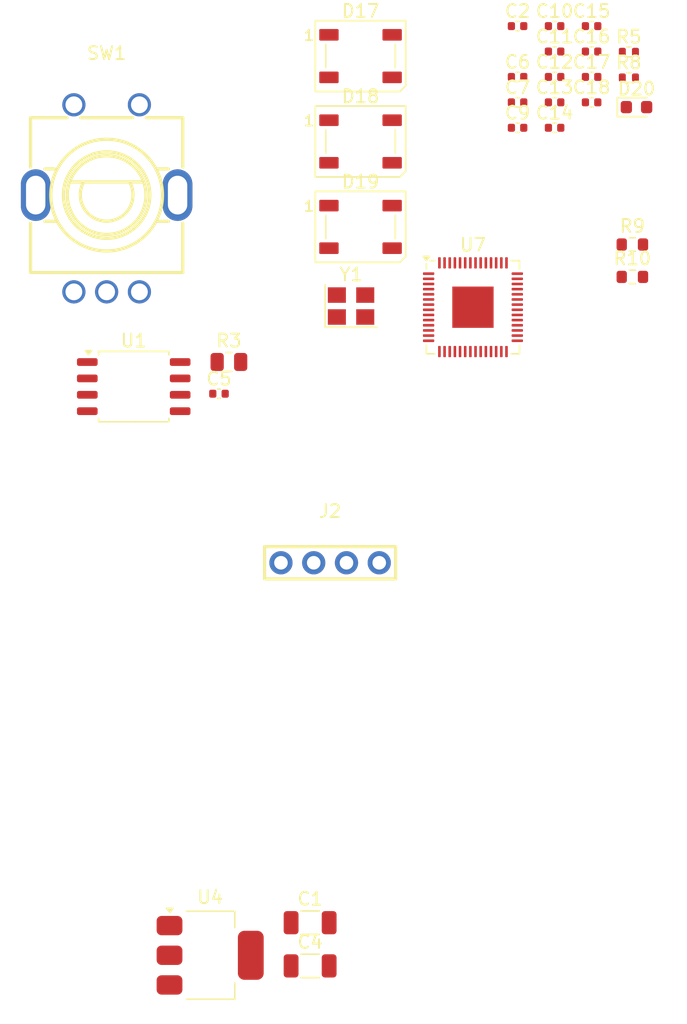
<source format=kicad_pcb>
(kicad_pcb (version 20241129) (generator "pcbnew") (generator_version "9.0")
  (layers (0 "F.Cu" signal) (2 "B.Cu" signal) (13 "F.Paste" user) (15 "B.Paste" user) (5 "F.SilkS" user "F.Silkscreen") (7 "B.SilkS" user "B.Silkscreen") (1 "F.Mask" user) (3 "B.Mask" user) (25 "Edge.Cuts" user))
  (net 0 "")
  (net 1 "Net-(U7-XIN)")
  (net 2 "+3V3")
  (net 3 "Net-(C6-Pad1)")
  (net 4 "+1V1")
  (net 5 "Net-(D17-VDD)")
  (net 6 "Net-(D17-DOUT)")
  (net 7 "Net-(D18-DOUT)")
  (net 9 "Net-(D20-K)")
  (net 10 "QSPI_SS")
  (net 11 "Net-(U7-XOUT)")
  (net 12 "GND")
  (net 13 "Net-(U7-USB_DP)")
  (net 14 "D+")
  (net 15 "Net-(U7-USB_DM)")
  (net 16 "VBUS")
  (net 17 "SCL")
  (net 18 "SDA")
  (net 19 "D-")
  (net 20 "QSPI_SD1")
  (net 21 "QSPI_SD3")
  (net 22 "QSPI_SCLK")
  (net 23 "QSPI_SD0")
  (net 24 "QSPI_SD2")
  (net 28 "Net-(D17-DIN)")
  (net 29 "ROT_B")
  (net 30 "ROT_A")
  (net 32 "LED")
  (net 35 "ROT_SW")
  (net 40 "ROW2")
  (net 41 "COL0")
  (net 42 "ROW0")
  (net 46 "ROW3")
  (net 49 "COL3")
  (net 52 "ROW1")
  (net 53 "COL2")
  (net 56 "COL1")
  (footprint "Capacitor_SMD:C_0402_1005Metric" (layer "F.Cu") (at 103.73 89.28)
    (property "Reference" "C14" (at 0 -1.16 0) (layer "F.SilkS"))
    (property "Value" "100nF")
    (fp_line (start -0.107836 -0.36) (end 0.107836 -0.36) (stroke (width 0.12)) (layer "F.SilkS"))
    (fp_line (start -0.107836 0.36) (end 0.107836 0.36) (stroke (width 0.12)) (layer "F.SilkS"))
    (pad "1" smd roundrect (at -0.48 0) (size 0.56 0.62) (layers "F.Cu" "F.Mask" "F.Paste") (net 2 "+3V3"))
    (pad "2" smd roundrect (at 0.48 0) (size 0.56 0.62) (layers "F.Cu" "F.Mask" "F.Paste") (net 12 "GND"))
  )
  (footprint "Capacitor_SMD:C_0402_1005Metric" (layer "F.Cu") (at 100.86 87.31)
    (property "Reference" "C7" (at 0 -1.16 0) (layer "F.SilkS"))
    (property "Value" "100nF")
    (fp_line (start -0.107836 -0.36) (end 0.107836 -0.36) (stroke (width 0.12)) (layer "F.SilkS"))
    (fp_line (start -0.107836 0.36) (end 0.107836 0.36) (stroke (width 0.12)) (layer "F.SilkS"))
    (pad "1" smd roundrect (at -0.48 0) (size 0.56 0.62) (layers "F.Cu" "F.Mask" "F.Paste") (net 4 "+1V1"))
    (pad "2" smd roundrect (at 0.48 0) (size 0.56 0.62) (layers "F.Cu" "F.Mask" "F.Paste") (net 12 "GND"))
  )
  (footprint "Crystal:Crystal_SMD_3225-4Pin_3.2x2.5mm" (layer "F.Cu") (at 87.95 103.1)
    (property "Reference" "Y1" (at 0 -2.45 0) (layer "F.SilkS"))
    (property "Value" "Crystal_GND24")
    (fp_line (start -2 -1.65) (end -2 1.65) (stroke (width 0.12)) (layer "F.SilkS"))
    (fp_line (start -2 1.65) (end 2 1.65) (stroke (width 0.12)) (layer "F.SilkS"))
    (pad "1" smd rect (at -1.1 0.85) (size 1.4 1.2) (layers "F.Cu" "F.Mask" "F.Paste") (net 3 "Net-(C6-Pad1)"))
    (pad "2" smd rect (at 1.1 0.85) (size 1.4 1.2) (layers "F.Cu" "F.Mask" "F.Paste") (net 12 "GND"))
    (pad "3" smd rect (at 1.1 -0.85) (size 1.4 1.2) (layers "F.Cu" "F.Mask" "F.Paste") (net 1 "Net-(U7-XIN)"))
    (pad "4" smd rect (at -1.1 -0.85) (size 1.4 1.2) (layers "F.Cu" "F.Mask" "F.Paste") (net 12 "GND"))
  )
  (footprint "LED_SMD:LED_WS2812B_PLCC4_5.0x5.0mm_P3.2mm" (layer "F.Cu") (at 88.685 83.725)
    (property "Reference" "D17" (at 0 -3.5 0) (layer "F.SilkS"))
    (property "Value" "WS2812B")
    (fp_line (start -3.5 -2.75) (end -3.5 2.75) (stroke (width 0.12)) (layer "F.SilkS"))
    (fp_line (start -3.5 -2.75) (end 3.5 -2.75) (stroke (width 0.12)) (layer "F.SilkS"))
    (fp_line (start -3.5 2.75) (end 3.05 2.75) (stroke (width 0.12)) (layer "F.SilkS"))
    (fp_line (start -2.7 0.9) (end -2.7 -0.9) (stroke (width 0.12)) (layer "F.SilkS"))
    (fp_line (start 2.7 0.9) (end 2.7 -0.9) (stroke (width 0.12)) (layer "F.SilkS"))
    (fp_line (start 3.05 2.75) (end 3.5 2.3) (stroke (width 0.12)) (layer "F.SilkS"))
    (fp_line (start 3.5 2.3) (end 3.5 -2.75) (stroke (width 0.12)) (layer "F.SilkS"))
    (fp_text user "1" (at -4 -1.6 0) (layer "F.SilkS") (effects (font (size 0.8 0.8))))
    (pad "1" smd roundrect (at -2.45 -1.65) (size 1.5 0.9) (layers "F.Cu" "F.Mask" "F.Paste") (roundrect_rratio 0.1) (net 5 "Net-(D17-VDD)"))
    (pad "2" smd roundrect (at -2.45 1.65) (size 1.5 0.9) (layers "F.Cu" "F.Mask" "F.Paste") (roundrect_rratio 0.1) (net 6 "Net-(D17-DOUT)"))
    (pad "3" smd roundrect (at 2.45 1.65) (size 1.5 0.9) (layers "F.Cu" "F.Mask" "F.Paste") (roundrect_rratio 0.1) (net 12 "GND"))
    (pad "4" smd roundrect (at 2.45 -1.65) (size 1.5 0.9) (layers "F.Cu" "F.Mask" "F.Paste") (roundrect_rratio 0.1) (net 28 "Net-(D17-DIN)"))
  )
  (footprint "Capacitor_SMD:C_0402_1005Metric" (layer "F.Cu") (at 100.86 85.34)
    (property "Reference" "C6" (at 0 -1.16 0) (layer "F.SilkS"))
    (property "Value" "15pF")
    (fp_line (start -0.107836 -0.36) (end 0.107836 -0.36) (stroke (width 0.12)) (layer "F.SilkS"))
    (fp_line (start -0.107836 0.36) (end 0.107836 0.36) (stroke (width 0.12)) (layer "F.SilkS"))
    (pad "1" smd roundrect (at -0.48 0) (size 0.56 0.62) (layers "F.Cu" "F.Mask" "F.Paste") (net 3 "Net-(C6-Pad1)"))
    (pad "2" smd roundrect (at 0.48 0) (size 0.56 0.62) (layers "F.Cu" "F.Mask" "F.Paste") (net 12 "GND"))
  )
  (footprint "Capacitor_SMD:C_0402_1005Metric" (layer "F.Cu") (at 103.73 81.4)
    (property "Reference" "C10" (at 0 -1.16 0) (layer "F.SilkS"))
    (property "Value" "1uF")
    (fp_line (start -0.107836 -0.36) (end 0.107836 -0.36) (stroke (width 0.12)) (layer "F.SilkS"))
    (fp_line (start -0.107836 0.36) (end 0.107836 0.36) (stroke (width 0.12)) (layer "F.SilkS"))
    (pad "1" smd roundrect (at -0.48 0) (size 0.56 0.62) (layers "F.Cu" "F.Mask" "F.Paste") (net 4 "+1V1"))
    (pad "2" smd roundrect (at 0.48 0) (size 0.56 0.62) (layers "F.Cu" "F.Mask" "F.Paste") (net 12 "GND"))
  )
  (footprint "Resistor_SMD:R_0402_1005Metric" (layer "F.Cu") (at 109.49 85.39)
    (property "Reference" "R8" (at 0 -1.17 0) (layer "F.SilkS"))
    (property "Value" "1k")
    (fp_line (start -0.153641 -0.38) (end 0.153641 -0.38) (stroke (width 0.12)) (layer "F.SilkS"))
    (fp_line (start -0.153641 0.38) (end 0.153641 0.38) (stroke (width 0.12)) (layer "F.SilkS"))
    (pad "1" smd roundrect (at -0.51 0) (size 0.54 0.64) (layers "F.Cu" "F.Mask" "F.Paste") (net 3 "Net-(C6-Pad1)"))
    (pad "2" smd roundrect (at 0.51 0) (size 0.54 0.64) (layers "F.Cu" "F.Mask" "F.Paste") (net 11 "Net-(U7-XOUT)"))
  )
  (footprint "Capacitor_SMD:C_0402_1005Metric" (layer "F.Cu") (at 103.73 87.31)
    (property "Reference" "C13" (at 0 -1.16 0) (layer "F.SilkS"))
    (property "Value" "100nF")
    (fp_line (start -0.107836 -0.36) (end 0.107836 -0.36) (stroke (width 0.12)) (layer "F.SilkS"))
    (fp_line (start -0.107836 0.36) (end 0.107836 0.36) (stroke (width 0.12)) (layer "F.SilkS"))
    (pad "1" smd roundrect (at -0.48 0) (size 0.56 0.62) (layers "F.Cu" "F.Mask" "F.Paste") (net 2 "+3V3"))
    (pad "2" smd roundrect (at 0.48 0) (size 0.56 0.62) (layers "F.Cu" "F.Mask" "F.Paste") (net 12 "GND"))
  )
  (footprint "Capacitor_SMD:C_0402_1005Metric" (layer "F.Cu") (at 106.6 85.34)
    (property "Reference" "C17" (at 0 -1.16 0) (layer "F.SilkS"))
    (property "Value" "100nF")
    (fp_line (start -0.107836 -0.36) (end 0.107836 -0.36) (stroke (width 0.12)) (layer "F.SilkS"))
    (fp_line (start -0.107836 0.36) (end 0.107836 0.36) (stroke (width 0.12)) (layer "F.SilkS"))
    (pad "1" smd roundrect (at -0.48 0) (size 0.56 0.62) (layers "F.Cu" "F.Mask" "F.Paste") (net 2 "+3V3"))
    (pad "2" smd roundrect (at 0.48 0) (size 0.56 0.62) (layers "F.Cu" "F.Mask" "F.Paste") (net 12 "GND"))
  )
  (footprint "Capacitor_SMD:C_1206_3216Metric" (layer "F.Cu") (at 84.775 154.25)
    (property "Reference" "C4" (at 0 -1.85 0) (layer "F.SilkS"))
    (property "Value" "10uF")
    (fp_line (start -0.711252 -0.91) (end 0.711252 -0.91) (stroke (width 0.12)) (layer "F.SilkS"))
    (fp_line (start -0.711252 0.91) (end 0.711252 0.91) (stroke (width 0.12)) (layer "F.SilkS"))
    (pad "1" smd roundrect (at -1.475 0) (size 1.15 1.8) (layers "F.Cu" "F.Mask" "F.Paste") (roundrect_rratio 0.217391) (net 2 "+3V3"))
    (pad "2" smd roundrect (at 1.475 0) (size 1.15 1.8) (layers "F.Cu" "F.Mask" "F.Paste") (roundrect_rratio 0.217391) (net 12 "GND"))
  )
  (footprint "Capacitor_SMD:C_0402_1005Metric" (layer "F.Cu") (at 100.86 89.28)
    (property "Reference" "C9" (at 0 -1.16 0) (layer "F.SilkS"))
    (property "Value" "100nF")
    (fp_line (start -0.107836 -0.36) (end 0.107836 -0.36) (stroke (width 0.12)) (layer "F.SilkS"))
    (fp_line (start -0.107836 0.36) (end 0.107836 0.36) (stroke (width 0.12)) (layer "F.SilkS"))
    (pad "1" smd roundrect (at -0.48 0) (size 0.56 0.62) (layers "F.Cu" "F.Mask" "F.Paste") (net 4 "+1V1"))
    (pad "2" smd roundrect (at 0.48 0) (size 0.56 0.62) (layers "F.Cu" "F.Mask" "F.Paste") (net 12 "GND"))
  )
  (footprint "LED_SMD:LED_WS2812B_PLCC4_5.0x5.0mm_P3.2mm" (layer "F.Cu") (at 88.685 90.345)
    (property "Reference" "D18" (at 0 -3.5 0) (layer "F.SilkS"))
    (property "Value" "WS2812B")
    (fp_line (start -3.5 -2.75) (end -3.5 2.75) (stroke (width 0.12)) (layer "F.SilkS"))
    (fp_line (start -3.5 -2.75) (end 3.5 -2.75) (stroke (width 0.12)) (layer "F.SilkS"))
    (fp_line (start -3.5 2.75) (end 3.05 2.75) (stroke (width 0.12)) (layer "F.SilkS"))
    (fp_line (start -2.7 0.9) (end -2.7 -0.9) (stroke (width 0.12)) (layer "F.SilkS"))
    (fp_line (start 2.7 0.9) (end 2.7 -0.9) (stroke (width 0.12)) (layer "F.SilkS"))
    (fp_line (start 3.05 2.75) (end 3.5 2.3) (stroke (width 0.12)) (layer "F.SilkS"))
    (fp_line (start 3.5 2.3) (end 3.5 -2.75) (stroke (width 0.12)) (layer "F.SilkS"))
    (fp_text user "1" (at -4 -1.6 0) (layer "F.SilkS") (effects (font (size 0.8 0.8))))
    (pad "1" smd roundrect (at -2.45 -1.65) (size 1.5 0.9) (layers "F.Cu" "F.Mask" "F.Paste") (roundrect_rratio 0.1) (net 5 "Net-(D17-VDD)"))
    (pad "2" smd roundrect (at -2.45 1.65) (size 1.5 0.9) (layers "F.Cu" "F.Mask" "F.Paste") (roundrect_rratio 0.1) (net 7 "Net-(D18-DOUT)"))
    (pad "3" smd roundrect (at 2.45 1.65) (size 1.5 0.9) (layers "F.Cu" "F.Mask" "F.Paste") (roundrect_rratio 0.1) (net 12 "GND"))
    (pad "4" smd roundrect (at 2.45 -1.65) (size 1.5 0.9) (layers "F.Cu" "F.Mask" "F.Paste") (roundrect_rratio 0.1) (net 6 "Net-(D17-DOUT)"))
  )
  (footprint "easyeda2kicad:OLED-TH_L27.8-W27.2-P2.54_C9900033791" (layer "F.Cu") (at 86.325 123)
    (property "Reference" "J2" (at 0 -4 0) (layer "F.SilkS"))
    (property "Value" "Conn_01x04_Socket")
    (fp_line (start -5.08 -1.25) (end -5.08 1.25) (stroke (width 0.25)) (layer "F.SilkS"))
    (fp_line (start -5.08 -1.25) (end 5.08 -1.25) (stroke (width 0.25)) (layer "F.SilkS"))
    (fp_line (start -5.08 1.25) (end 5.08 1.25) (stroke (width 0.25)) (layer "F.SilkS"))
    (fp_line (start 5.08 1.25) (end 5.08 -1.25) (stroke (width 0.25)) (layer "F.SilkS"))
    (pad "1" thru_hole circle (at -3.81 0) (size 1.8 1.8) (drill 1.049985) (layers "*.Cu" "*.Mask") (net 12 "GND"))
    (pad "2" thru_hole circle (at -1.27 0) (size 1.8 1.8) (drill 1.049985) (layers "*.Cu" "*.Mask") (net 16 "VBUS"))
    (pad "3" thru_hole circle (at 1.27 0) (size 1.8 1.8) (drill 1.049985) (layers "*.Cu" "*.Mask") (net 17 "SCL"))
    (pad "4" thru_hole circle (at 3.81 0) (size 1.8 1.8) (drill 1.049985) (layers "*.Cu" "*.Mask") (net 18 "SDA"))
  )
  (footprint "Package_DFN_QFN:QFN-56-1EP_7x7mm_P0.4mm_EP3.2x3.2mm" (layer "F.Cu") (at 97.4 103.19)
    (property "Reference" "U7" (at 0 -4.83 0) (layer "F.SilkS"))
    (property "Value" "RP2040")
    (fp_line (start -3.61 -2.96) (end -3.61 -3.37) (stroke (width 0.12)) (layer "F.SilkS"))
    (fp_line (start -3.61 3.61) (end -3.61 2.96) (stroke (width 0.12)) (layer "F.SilkS"))
    (fp_line (start -2.96 -3.61) (end -3.31 -3.61) (stroke (width 0.12)) (layer "F.SilkS"))
    (fp_line (start -2.96 3.61) (end -3.61 3.61) (stroke (width 0.12)) (layer "F.SilkS"))
    (fp_line (start 2.96 -3.61) (end 3.61 -3.61) (stroke (width 0.12)) (layer "F.SilkS"))
    (fp_line (start 2.96 3.61) (end 3.61 3.61) (stroke (width 0.12)) (layer "F.SilkS"))
    (fp_line (start 3.61 -3.61) (end 3.61 -2.96) (stroke (width 0.12)) (layer "F.SilkS"))
    (fp_line (start 3.61 3.61) (end 3.61 2.96) (stroke (width 0.12)) (layer "F.SilkS"))
    (fp_poly (pts (xy -3.61 -3.61) (xy -3.85 -3.94) (xy -3.37 -3.94) (xy -3.61 -3.61)) (stroke (width 0.12)) (fill yes) (layer "F.SilkS"))
    (pad "1" smd roundrect (at -3.4375 -2.6) (size 0.875 0.2) (layers "F.Cu" "F.Mask" "F.Paste") (net 2 "+3V3"))
    (pad "2" smd roundrect (at -3.4375 -2.2) (size 0.875 0.2) (layers "F.Cu" "F.Mask" "F.Paste") (net 18 "SDA"))
    (pad "3" smd roundrect (at -3.4375 -1.8) (size 0.875 0.2) (layers "F.Cu" "F.Mask" "F.Paste") (net 17 "SCL"))
    (pad "4" smd roundrect (at -3.4375 -1.4) (size 0.875 0.2) (layers "F.Cu" "F.Mask" "F.Paste"))
    (pad "5" smd roundrect (at -3.4375 -1) (size 0.875 0.2) (layers "F.Cu" "F.Mask" "F.Paste"))
    (pad "6" smd roundrect (at -3.4375 -0.6) (size 0.875 0.2) (layers "F.Cu" "F.Mask" "F.Paste") (net 32 "LED"))
    (pad "7" smd roundrect (at -3.4375 -0.2) (size 0.875 0.2) (layers "F.Cu" "F.Mask" "F.Paste"))
    (pad "8" smd roundrect (at -3.4375 0.2) (size 0.875 0.2) (layers "F.Cu" "F.Mask" "F.Paste"))
    (pad "9" smd roundrect (at -3.4375 0.6) (size 0.875 0.2) (layers "F.Cu" "F.Mask" "F.Paste"))
    (pad "10" smd roundrect (at -3.4375 1) (size 0.875 0.2) (layers "F.Cu" "F.Mask" "F.Paste") (net 2 "+3V3"))
    (pad "11" smd roundrect (at -3.4375 1.4) (size 0.875 0.2) (layers "F.Cu" "F.Mask" "F.Paste") (net 30 "ROT_A"))
    (pad "12" smd roundrect (at -3.4375 1.8) (size 0.875 0.2) (layers "F.Cu" "F.Mask" "F.Paste") (net 29 "ROT_B"))
    (pad "13" smd roundrect (at -3.4375 2.2) (size 0.875 0.2) (layers "F.Cu" "F.Mask" "F.Paste") (net 35 "ROT_SW"))
    (pad "14" smd roundrect (at -3.4375 2.6) (size 0.875 0.2) (layers "F.Cu" "F.Mask" "F.Paste"))
    (pad "15" smd roundrect (at -2.6 3.4375) (size 0.2 0.875) (layers "F.Cu" "F.Mask" "F.Paste"))
    (pad "16" smd roundrect (at -2.2 3.4375) (size 0.2 0.875) (layers "F.Cu" "F.Mask" "F.Paste"))
    (pad "17" smd roundrect (at -1.8 3.4375) (size 0.2 0.875) (layers "F.Cu" "F.Mask" "F.Paste"))
    (pad "18" smd roundrect (at -1.4 3.4375) (size 0.2 0.875) (layers "F.Cu" "F.Mask" "F.Paste"))
    (pad "19" smd roundrect (at -1 3.4375) (size 0.2 0.875) (layers "F.Cu" "F.Mask" "F.Paste") (net 12 "GND"))
    (pad "20" smd roundrect (at -0.6 3.4375) (size 0.2 0.875) (layers "F.Cu" "F.Mask" "F.Paste") (net 1 "Net-(U7-XIN)"))
    (pad "21" smd roundrect (at -0.2 3.4375) (size 0.2 0.875) (layers "F.Cu" "F.Mask" "F.Paste") (net 11 "Net-(U7-XOUT)"))
    (pad "22" smd roundrect (at 0.2 3.4375) (size 0.2 0.875) (layers "F.Cu" "F.Mask" "F.Paste") (net 2 "+3V3"))
    (pad "23" smd roundrect (at 0.6 3.4375) (size 0.2 0.875) (layers "F.Cu" "F.Mask" "F.Paste") (net 4 "+1V1"))
    (pad "24" smd roundrect (at 1 3.4375) (size 0.2 0.875) (layers "F.Cu" "F.Mask" "F.Paste"))
    (pad "25" smd roundrect (at 1.4 3.4375) (size 0.2 0.875) (layers "F.Cu" "F.Mask" "F.Paste"))
    (pad "26" smd roundrect (at 1.8 3.4375) (size 0.2 0.875) (layers "F.Cu" "F.Mask" "F.Paste"))
    (pad "27" smd roundrect (at 2.2 3.4375) (size 0.2 0.875) (layers "F.Cu" "F.Mask" "F.Paste"))
    (pad "28" smd roundrect (at 2.6 3.4375) (size 0.2 0.875) (layers "F.Cu" "F.Mask" "F.Paste"))
    (pad "29" smd roundrect (at 3.4375 2.6) (size 0.875 0.2) (layers "F.Cu" "F.Mask" "F.Paste") (net 41 "COL0"))
    (pad "30" smd roundrect (at 3.4375 2.2) (size 0.875 0.2) (layers "F.Cu" "F.Mask" "F.Paste") (net 56 "COL1"))
    (pad "31" smd roundrect (at 3.4375 1.8) (size 0.875 0.2) (layers "F.Cu" "F.Mask" "F.Paste") (net 53 "COL2"))
    (pad "32" smd roundrect (at 3.4375 1.4) (size 0.875 0.2) (layers "F.Cu" "F.Mask" "F.Paste") (net 49 "COL3"))
    (pad "33" smd roundrect (at 3.4375 1) (size 0.875 0.2) (layers "F.Cu" "F.Mask" "F.Paste") (net 2 "+3V3"))
    (pad "34" smd roundrect (at 3.4375 0.6) (size 0.875 0.2) (layers "F.Cu" "F.Mask" "F.Paste") (net 42 "ROW0"))
    (pad "35" smd roundrect (at 3.4375 0.2) (size 0.875 0.2) (layers "F.Cu" "F.Mask" "F.Paste") (net 52 "ROW1"))
    (pad "36" smd roundrect (at 3.4375 -0.2) (size 0.875 0.2) (layers "F.Cu" "F.Mask" "F.Paste") (net 40 "ROW2"))
    (pad "37" smd roundrect (at 3.4375 -0.6) (size 0.875 0.2) (layers "F.Cu" "F.Mask" "F.Paste") (net 46 "ROW3"))
    (pad "38" smd roundrect (at 3.4375 -1) (size 0.875 0.2) (layers "F.Cu" "F.Mask" "F.Paste"))
    (pad "39" smd roundrect (at 3.4375 -1.4) (size 0.875 0.2) (layers "F.Cu" "F.Mask" "F.Paste"))
    (pad "40" smd roundrect (at 3.4375 -1.8) (size 0.875 0.2) (layers "F.Cu" "F.Mask" "F.Paste"))
    (pad "41" smd roundrect (at 3.4375 -2.2) (size 0.875 0.2) (layers "F.Cu" "F.Mask" "F.Paste"))
    (pad "42" smd roundrect (at 3.4375 -2.6) (size 0.875 0.2) (layers "F.Cu" "F.Mask" "F.Paste") (net 2 "+3V3"))
    (pad "43" smd roundrect (at 2.6 -3.4375) (size 0.2 0.875) (layers "F.Cu" "F.Mask" "F.Paste") (net 2 "+3V3"))
    (pad "44" smd roundrect (at 2.2 -3.4375) (size 0.2 0.875) (layers "F.Cu" "F.Mask" "F.Paste") (net 2 "+3V3"))
    (pad "45" smd roundrect (at 1.8 -3.4375) (size 0.2 0.875) (layers "F.Cu" "F.Mask" "F.Paste") (net 4 "+1V1"))
    (pad "46" smd roundrect (at 1.4 -3.4375) (size 0.2 0.875) (layers "F.Cu" "F.Mask" "F.Paste") (net 15 "Net-(U7-USB_DM)"))
    (pad "47" smd roundrect (at 1 -3.4375) (size 0.2 0.875) (layers "F.Cu" "F.Mask" "F.Paste") (net 13 "Net-(U7-USB_DP)"))
    (pad "48" smd roundrect (at 0.6 -3.4375) (size 0.2 0.875) (layers "F.Cu" "F.Mask" "F.Paste") (net 2 "+3V3"))
    (pad "49" smd roundrect (at 0.2 -3.4375) (size 0.2 0.875) (layers "F.Cu" "F.Mask" "F.Paste") (net 2 "+3V3"))
    (pad "50" smd roundrect (at -0.2 -3.4375) (size 0.2 0.875) (layers "F.Cu" "F.Mask" "F.Paste") (net 4 "+1V1"))
    (pad "51" smd roundrect (at -0.6 -3.4375) (size 0.2 0.875) (layers "F.Cu" "F.Mask" "F.Paste") (net 21 "QSPI_SD3"))
    (pad "52" smd roundrect (at -1 -3.4375) (size 0.2 0.875) (layers "F.Cu" "F.Mask" "F.Paste") (net 22 "QSPI_SCLK"))
    (pad "53" smd roundrect (at -1.4 -3.4375) (size 0.2 0.875) (layers "F.Cu" "F.Mask" "F.Paste") (net 23 "QSPI_SD0"))
    (pad "54" smd roundrect (at -1.8 -3.4375) (size 0.2 0.875) (layers "F.Cu" "F.Mask" "F.Paste") (net 24 "QSPI_SD2"))
    (pad "55" smd roundrect (at -2.2 -3.4375) (size 0.2 0.875) (layers "F.Cu" "F.Mask" "F.Paste") (net 20 "QSPI_SD1"))
    (pad "56" smd roundrect (at -2.6 -3.4375) (size 0.2 0.875) (layers "F.Cu" "F.Mask" "F.Paste") (net 10 "QSPI_SS"))
    (pad "57" smd rect (at 0 0) (size 3.2 3.2) (property pad_prop_heatsink) (layers "F.Cu" "F.Mask") (net 12 "GND"))
  )
  (footprint "Capacitor_SMD:C_0402_1005Metric" (layer "F.Cu") (at 77.71 109.895)
    (property "Reference" "C5" (at 0 -1.16 0) (layer "F.SilkS"))
    (property "Value" "100nF")
    (fp_line (start -0.107836 -0.36) (end 0.107836 -0.36) (stroke (width 0.12)) (layer "F.SilkS"))
    (fp_line (start -0.107836 0.36) (end 0.107836 0.36) (stroke (width 0.12)) (layer "F.SilkS"))
    (pad "1" smd roundrect (at -0.48 0) (size 0.56 0.62) (layers "F.Cu" "F.Mask" "F.Paste") (net 2 "+3V3"))
    (pad "2" smd roundrect (at 0.48 0) (size 0.56 0.62) (layers "F.Cu" "F.Mask" "F.Paste") (net 12 "GND"))
  )
  (footprint "easyeda2kicad:SW-TH_EC11XXXXXXXX" (layer "F.Cu") (at 69 94.75)
    (property "Reference" "SW1" (at 0 -11.25 0) (layer "F.SilkS"))
    (property "Value" "RotaryEncoder_Switch")
    (fp_line (start -5.9 -6.25) (end -5.9 -2.42) (stroke (width 0.25)) (layer "F.SilkS"))
    (fp_line (start -5.9 -6.25) (end -5.9 -2.42) (stroke (width 0.25)) (layer "F.SilkS"))
    (fp_line (start -5.9 -6.25) (end -3.07 -6.25) (stroke (width 0.25)) (layer "F.SilkS"))
    (fp_line (start -5.9 1.92) (end -5.9 5.75) (stroke (width 0.25)) (layer "F.SilkS"))
    (fp_line (start -5.9 1.92) (end -5.9 5.75) (stroke (width 0.25)) (layer "F.SilkS"))
    (fp_line (start -4.79 1.78) (end -3.81 1.78) (stroke (width 0.25)) (layer "F.SilkS"))
    (fp_line (start -4.05 -2.28) (end -4.79 -2.28) (stroke (width 0.25)) (layer "F.SilkS"))
    (fp_line (start -2.79 -1.27) (end 2.79 -1.27) (stroke (width 0.25)) (layer "F.SilkS"))
    (fp_line (start -2.01 -6.25) (end 2.01 -6.25) (stroke (width 0.25)) (layer "F.SilkS"))
    (fp_line (start 3.07 -6.25) (end 5.9 -6.25) (stroke (width 0.25)) (layer "F.SilkS"))
    (fp_line (start 4.79 -2.28) (end 3.98 -2.28) (stroke (width 0.25)) (layer "F.SilkS"))
    (fp_line (start 4.79 1.78) (end 3.98 1.78) (stroke (width 0.25)) (layer "F.SilkS"))
    (fp_line (start 5.9 -2.42) (end 5.9 -6.25) (stroke (width 0.25)) (layer "F.SilkS"))
    (fp_line (start 5.9 5.75) (end -5.9 5.75) (stroke (width 0.25)) (layer "F.SilkS"))
    (fp_line (start 5.9 5.75) (end 5.9 1.92) (stroke (width 0.25)) (layer "F.SilkS"))
    (fp_arc (start 1.782861 -1.26489) (mid -0.002928 1.771664) (end -1.78 -1.27) (stroke (width 0.25)) (layer "F.SilkS"))
    (fp_circle (center 0 -0.25) (end 3.05 -0.25) (stroke (width 0.25)) (fill no) (layer "F.SilkS"))
    (fp_circle (center 0 -0.25) (end 3.35 -0.25) (stroke (width 0.25)) (fill no) (layer "F.SilkS"))
    (fp_circle (center 0 -0.25) (end 4.33 -0.25) (stroke (width 0.25)) (fill no) (layer "F.SilkS"))
    (pad "6" thru_hole oval (at 5.5 -0.25 90) (size 4 2.3) (drill oval 2.999994 1.500022) (layers "*.Cu" "*.Mask"))
    (pad "7" thru_hole oval (at -5.5 -0.25 90) (size 4 2.3) (drill oval 2.999994 1.500022) (layers "*.Cu" "*.Mask"))
    (pad "A" thru_hole circle (at -2.54 7.25) (size 1.8 1.8) (drill 1.300023) (layers "*.Cu" "*.Mask") (net 30 "ROT_A"))
    (pad "B" thru_hole circle (at 2.54 7.25) (size 1.8 1.8) (drill 1.300023) (layers "*.Cu" "*.Mask") (net 29 "ROT_B"))
    (pad "C" thru_hole circle (at 0 7.25) (size 1.8 1.8) (drill 1.300023) (layers "*.Cu" "*.Mask") (net 12 "GND"))
    (pad "SW1" thru_hole circle (at -2.54 -7.25) (size 1.8 1.8) (drill 1.300023) (layers "*.Cu" "*.Mask"))
    (pad "SW2" thru_hole circle (at 2.54 -7.25) (size 1.8 1.8) (drill 1.300023) (layers "*.Cu" "*.Mask"))
  )
  (footprint "Resistor_SMD:R_0402_1005Metric" (layer "F.Cu") (at 109.49 83.4)
    (property "Reference" "R5" (at 0 -1.17 0) (layer "F.SilkS"))
    (property "Value" "1k")
    (fp_line (start -0.153641 -0.38) (end 0.153641 -0.38) (stroke (width 0.12)) (layer "F.SilkS"))
    (fp_line (start -0.153641 0.38) (end 0.153641 0.38) (stroke (width 0.12)) (layer "F.SilkS"))
    (pad "1" smd roundrect (at -0.51 0) (size 0.54 0.64) (layers "F.Cu" "F.Mask" "F.Paste") (net 9 "Net-(D20-K)"))
    (pad "2" smd roundrect (at 0.51 0) (size 0.54 0.64) (layers "F.Cu" "F.Mask" "F.Paste") (net 12 "GND"))
  )
  (footprint "Resistor_SMD:R_0805_2012Metric" (layer "F.Cu") (at 78.48 107.435)
    (property "Reference" "R3" (at 0 -1.65 0) (layer "F.SilkS"))
    (property "Value" "10k")
    (fp_line (start -0.227064 -0.735) (end 0.227064 -0.735) (stroke (width 0.12)) (layer "F.SilkS"))
    (fp_line (start -0.227064 0.735) (end 0.227064 0.735) (stroke (width 0.12)) (layer "F.SilkS"))
    (pad "1" smd roundrect (at -0.9125 0) (size 1.025 1.4) (layers "F.Cu" "F.Mask" "F.Paste") (roundrect_rratio 0.243902) (net 2 "+3V3"))
    (pad "2" smd roundrect (at 0.9125 0) (size 1.025 1.4) (layers "F.Cu" "F.Mask" "F.Paste") (roundrect_rratio 0.243902) (net 10 "QSPI_SS"))
  )
  (footprint "LED_SMD:LED_WS2812B_PLCC4_5.0x5.0mm_P3.2mm" (layer "F.Cu") (at 88.685 96.965)
    (property "Reference" "D19" (at 0 -3.5 0) (layer "F.SilkS"))
    (property "Value" "WS2812B")
    (fp_line (start -3.5 -2.75) (end -3.5 2.75) (stroke (width 0.12)) (layer "F.SilkS"))
    (fp_line (start -3.5 -2.75) (end 3.5 -2.75) (stroke (width 0.12)) (layer "F.SilkS"))
    (fp_line (start -3.5 2.75) (end 3.05 2.75) (stroke (width 0.12)) (layer "F.SilkS"))
    (fp_line (start -2.7 0.9) (end -2.7 -0.9) (stroke (width 0.12)) (layer "F.SilkS"))
    (fp_line (start 2.7 0.9) (end 2.7 -0.9) (stroke (width 0.12)) (layer "F.SilkS"))
    (fp_line (start 3.05 2.75) (end 3.5 2.3) (stroke (width 0.12)) (layer "F.SilkS"))
    (fp_line (start 3.5 2.3) (end 3.5 -2.75) (stroke (width 0.12)) (layer "F.SilkS"))
    (fp_text user "1" (at -4 -1.6 0) (layer "F.SilkS") (effects (font (size 0.8 0.8))))
    (pad "1" smd roundrect (at -2.45 -1.65) (size 1.5 0.9) (layers "F.Cu" "F.Mask" "F.Paste") (roundrect_rratio 0.1) (net 5 "Net-(D17-VDD)"))
    (pad "2" smd roundrect (at -2.45 1.65) (size 1.5 0.9) (layers "F.Cu" "F.Mask" "F.Paste") (roundrect_rratio 0.1))
    (pad "3" smd roundrect (at 2.45 1.65) (size 1.5 0.9) (layers "F.Cu" "F.Mask" "F.Paste") (roundrect_rratio 0.1) (net 12 "GND"))
    (pad "4" smd roundrect (at 2.45 -1.65) (size 1.5 0.9) (layers "F.Cu" "F.Mask" "F.Paste") (roundrect_rratio 0.1) (net 7 "Net-(D18-DOUT)"))
  )
  (footprint "Resistor_SMD:R_0603_1608Metric" (layer "F.Cu") (at 109.76 100.84)
    (property "Reference" "R10" (at 0 -1.43 0) (layer "F.SilkS"))
    (property "Value" "27.4")
    (fp_line (start -0.237258 -0.5225) (end 0.237258 -0.5225) (stroke (width 0.12)) (layer "F.SilkS"))
    (fp_line (start -0.237258 0.5225) (end 0.237258 0.5225) (stroke (width 0.12)) (layer "F.SilkS"))
    (pad "1" smd roundrect (at -0.825 0) (size 0.8 0.95) (layers "F.Cu" "F.Mask" "F.Paste") (net 19 "D-"))
    (pad "2" smd roundrect (at 0.825 0) (size 0.8 0.95) (layers "F.Cu" "F.Mask" "F.Paste") (net 15 "Net-(U7-USB_DM)"))
  )
  (footprint "Capacitor_SMD:C_0402_1005Metric" (layer "F.Cu") (at 106.6 87.31)
    (property "Reference" "C18" (at 0 -1.16 0) (layer "F.SilkS"))
    (property "Value" "1uF")
    (fp_line (start -0.107836 -0.36) (end 0.107836 -0.36) (stroke (width 0.12)) (layer "F.SilkS"))
    (fp_line (start -0.107836 0.36) (end 0.107836 0.36) (stroke (width 0.12)) (layer "F.SilkS"))
    (pad "1" smd roundrect (at -0.48 0) (size 0.56 0.62) (layers "F.Cu" "F.Mask" "F.Paste") (net 2 "+3V3"))
    (pad "2" smd roundrect (at 0.48 0) (size 0.56 0.62) (layers "F.Cu" "F.Mask" "F.Paste") (net 12 "GND"))
  )
  (footprint "Capacitor_SMD:C_0402_1005Metric" (layer "F.Cu") (at 103.73 85.34)
    (property "Reference" "C12" (at 0 -1.16 0) (layer "F.SilkS"))
    (property "Value" "100nF")
    (fp_line (start -0.107836 -0.36) (end 0.107836 -0.36) (stroke (width 0.12)) (layer "F.SilkS"))
    (fp_line (start -0.107836 0.36) (end 0.107836 0.36) (stroke (width 0.12)) (layer "F.SilkS"))
    (pad "1" smd roundrect (at -0.48 0) (size 0.56 0.62) (layers "F.Cu" "F.Mask" "F.Paste") (net 2 "+3V3"))
    (pad "2" smd roundrect (at 0.48 0) (size 0.56 0.62) (layers "F.Cu" "F.Mask" "F.Paste") (net 12 "GND"))
  )
  (footprint "LED_SMD:LED_0603_1608Metric" (layer "F.Cu") (at 110.08 87.68)
    (property "Reference" "D20" (at 0 -1.43 0) (layer "F.SilkS"))
    (property "Value" "LED_Filled")
    (fp_line (start -1.485 -0.735) (end -1.485 0.735) (stroke (width 0.12)) (layer "F.SilkS"))
    (fp_line (start -1.485 0.735) (end 0.8 0.735) (stroke (width 0.12)) (layer "F.SilkS"))
    (fp_line (start 0.8 -0.735) (end -1.485 -0.735) (stroke (width 0.12)) (layer "F.SilkS"))
    (pad "1" smd roundrect (at -0.7875 0) (size 0.875 0.95) (layers "F.Cu" "F.Mask" "F.Paste") (net 9 "Net-(D20-K)"))
    (pad "2" smd roundrect (at 0.7875 0) (size 0.875 0.95) (layers "F.Cu" "F.Mask" "F.Paste") (net 2 "+3V3"))
  )
  (footprint "Capacitor_SMD:C_0402_1005Metric" (layer "F.Cu") (at 100.86 81.4)
    (property "Reference" "C2" (at 0 -1.16 0) (layer "F.SilkS"))
    (property "Value" "15pF")
    (fp_line (start -0.107836 -0.36) (end 0.107836 -0.36) (stroke (width 0.12)) (layer "F.SilkS"))
    (fp_line (start -0.107836 0.36) (end 0.107836 0.36) (stroke (width 0.12)) (layer "F.SilkS"))
    (pad "1" smd roundrect (at -0.48 0) (size 0.56 0.62) (layers "F.Cu" "F.Mask" "F.Paste") (net 1 "Net-(U7-XIN)"))
    (pad "2" smd roundrect (at 0.48 0) (size 0.56 0.62) (layers "F.Cu" "F.Mask" "F.Paste") (net 12 "GND"))
  )
  (footprint "Capacitor_SMD:C_1206_3216Metric" (layer "F.Cu") (at 84.775 150.9)
    (property "Reference" "C1" (at 0 -1.85 0) (layer "F.SilkS"))
    (property "Value" "10uF")
    (fp_line (start -0.711252 -0.91) (end 0.711252 -0.91) (stroke (width 0.12)) (layer "F.SilkS"))
    (fp_line (start -0.711252 0.91) (end 0.711252 0.91) (stroke (width 0.12)) (layer "F.SilkS"))
    (pad "1" smd roundrect (at -1.475 0) (size 1.15 1.8) (layers "F.Cu" "F.Mask" "F.Paste") (roundrect_rratio 0.217391) (net 16 "VBUS"))
    (pad "2" smd roundrect (at 1.475 0) (size 1.15 1.8) (layers "F.Cu" "F.Mask" "F.Paste") (roundrect_rratio 0.217391) (net 12 "GND"))
  )
  (footprint "Resistor_SMD:R_0603_1608Metric" (layer "F.Cu") (at 109.76 98.33)
    (property "Reference" "R9" (at 0 -1.43 0) (layer "F.SilkS"))
    (property "Value" "27.4")
    (fp_line (start -0.237258 -0.5225) (end 0.237258 -0.5225) (stroke (width 0.12)) (layer "F.SilkS"))
    (fp_line (start -0.237258 0.5225) (end 0.237258 0.5225) (stroke (width 0.12)) (layer "F.SilkS"))
    (pad "1" smd roundrect (at -0.825 0) (size 0.8 0.95) (layers "F.Cu" "F.Mask" "F.Paste") (net 14 "D+"))
    (pad "2" smd roundrect (at 0.825 0) (size 0.8 0.95) (layers "F.Cu" "F.Mask" "F.Paste") (net 13 "Net-(U7-USB_DP)"))
  )
  (footprint "Capacitor_SMD:C_0402_1005Metric" (layer "F.Cu") (at 106.6 81.4)
    (property "Reference" "C15" (at 0 -1.16 0) (layer "F.SilkS"))
    (property "Value" "100nF")
    (fp_line (start -0.107836 -0.36) (end 0.107836 -0.36) (stroke (width 0.12)) (layer "F.SilkS"))
    (fp_line (start -0.107836 0.36) (end 0.107836 0.36) (stroke (width 0.12)) (layer "F.SilkS"))
    (pad "1" smd roundrect (at -0.48 0) (size 0.56 0.62) (layers "F.Cu" "F.Mask" "F.Paste") (net 2 "+3V3"))
    (pad "2" smd roundrect (at 0.48 0) (size 0.56 0.62) (layers "F.Cu" "F.Mask" "F.Paste") (net 12 "GND"))
  )
  (footprint "Package_SO:SOIC-8_5.23x5.23mm_P1.27mm" (layer "F.Cu") (at 71.1 109.345)
    (property "Reference" "U1" (at 0 -3.56 0) (layer "F.SilkS"))
    (property "Value" "W25Q16JVSS")
    (fp_line (start -2.725 -2.725) (end -2.725 -2.465) (stroke (width 0.12)) (layer "F.SilkS"))
    (fp_line (start -2.725 2.725) (end -2.725 2.465) (stroke (width 0.12)) (layer "F.SilkS"))
    (fp_line (start 0 -2.725) (end -2.725 -2.725) (stroke (width 0.12)) (layer "F.SilkS"))
    (fp_line (start 0 -2.725) (end 2.725 -2.725) (stroke (width 0.12)) (layer "F.SilkS"))
    (fp_line (start 0 2.725) (end -2.725 2.725) (stroke (width 0.12)) (layer "F.SilkS"))
    (fp_line (start 0 2.725) (end 2.725 2.725) (stroke (width 0.12)) (layer "F.SilkS"))
    (fp_line (start 2.725 -2.725) (end 2.725 -2.465) (stroke (width 0.12)) (layer "F.SilkS"))
    (fp_line (start 2.725 2.725) (end 2.725 2.465) (stroke (width 0.12)) (layer "F.SilkS"))
    (fp_poly (pts (xy -3.5075 -2.465) (xy -3.7475 -2.795) (xy -3.2675 -2.795) (xy -3.5075 -2.465)) (stroke (width 0.12)) (fill yes) (layer "F.SilkS"))
    (pad "1" smd roundrect (at -3.6 -1.905) (size 1.6 0.6) (layers "F.Cu" "F.Mask" "F.Paste") (net 10 "QSPI_SS"))
    (pad "2" smd roundrect (at -3.6 -0.635) (size 1.6 0.6) (layers "F.Cu" "F.Mask" "F.Paste") (net 20 "QSPI_SD1"))
    (pad "3" smd roundrect (at -3.6 0.635) (size 1.6 0.6) (layers "F.Cu" "F.Mask" "F.Paste") (net 24 "QSPI_SD2"))
    (pad "4" smd roundrect (at -3.6 1.905) (size 1.6 0.6) (layers "F.Cu" "F.Mask" "F.Paste") (net 12 "GND"))
    (pad "5" smd roundrect (at 3.6 1.905) (size 1.6 0.6) (layers "F.Cu" "F.Mask" "F.Paste") (net 23 "QSPI_SD0"))
    (pad "6" smd roundrect (at 3.6 0.635) (size 1.6 0.6) (layers "F.Cu" "F.Mask" "F.Paste") (net 22 "QSPI_SCLK"))
    (pad "7" smd roundrect (at 3.6 -0.635) (size 1.6 0.6) (layers "F.Cu" "F.Mask" "F.Paste") (net 21 "QSPI_SD3"))
    (pad "8" smd roundrect (at 3.6 -1.905) (size 1.6 0.6) (layers "F.Cu" "F.Mask" "F.Paste") (net 2 "+3V3"))
  )
  (footprint "Capacitor_SMD:C_0402_1005Metric" (layer "F.Cu") (at 106.6 83.37)
    (property "Reference" "C16" (at 0 -1.16 0) (layer "F.SilkS"))
    (property "Value" "100nF")
    (fp_line (start -0.107836 -0.36) (end 0.107836 -0.36) (stroke (width 0.12)) (layer "F.SilkS"))
    (fp_line (start -0.107836 0.36) (end 0.107836 0.36) (stroke (width 0.12)) (layer "F.SilkS"))
    (pad "1" smd roundrect (at -0.48 0) (size 0.56 0.62) (layers "F.Cu" "F.Mask" "F.Paste") (net 2 "+3V3"))
    (pad "2" smd roundrect (at 0.48 0) (size 0.56 0.62) (layers "F.Cu" "F.Mask" "F.Paste") (net 12 "GND"))
  )
  (footprint "Capacitor_SMD:C_0402_1005Metric" (layer "F.Cu") (at 103.73 83.37)
    (property "Reference" "C11" (at 0 -1.16 0) (layer "F.SilkS"))
    (property "Value" "100nF")
    (fp_line (start -0.107836 -0.36) (end 0.107836 -0.36) (stroke (width 0.12)) (layer "F.SilkS"))
    (fp_line (start -0.107836 0.36) (end 0.107836 0.36) (stroke (width 0.12)) (layer "F.SilkS"))
    (pad "1" smd roundrect (at -0.48 0) (size 0.56 0.62) (layers "F.Cu" "F.Mask" "F.Paste") (net 2 "+3V3"))
    (pad "2" smd roundrect (at 0.48 0) (size 0.56 0.62) (layers "F.Cu" "F.Mask" "F.Paste") (net 12 "GND"))
  )
  (footprint "Package_TO_SOT_SMD:SOT-223-3_TabPin2" (layer "F.Cu") (at 77.025 153.425)
    (property "Reference" "U4" (at 0 -4.5 0) (layer "F.SilkS"))
    (property "Value" "AMS1117-3.3")
    (fp_line (start -1.85 -3.41) (end 1.91 -3.41) (stroke (width 0.12)) (layer "F.SilkS"))
    (fp_line (start -1.85 3.41) (end 1.91 3.41) (stroke (width 0.12)) (layer "F.SilkS"))
    (fp_line (start 1.91 -3.41) (end 1.91 -2.15) (stroke (width 0.12)) (layer "F.SilkS"))
    (fp_line (start 1.91 3.41) (end 1.91 2.15) (stroke (width 0.12)) (layer "F.SilkS"))
    (fp_poly (pts (xy -3.13 -3.31) (xy -3.37 -3.64) (xy -2.89 -3.64) (xy -3.13 -3.31)) (stroke (width 0.12)) (fill yes) (layer "F.SilkS"))
    (pad "1" smd roundrect (at -3.15 -2.3) (size 2 1.5) (layers "F.Cu" "F.Mask" "F.Paste") (net 12 "GND"))
    (pad "2" smd roundrect (at -3.15 0) (size 2 1.5) (layers "F.Cu" "F.Mask" "F.Paste") (net 2 "+3V3"))
    (pad "2" smd roundrect (at 3.15 0) (size 2 3.8) (layers "F.Cu" "F.Mask" "F.Paste") (net 2 "+3V3"))
    (pad "3" smd roundrect (at -3.15 2.3) (size 2 1.5) (layers "F.Cu" "F.Mask" "F.Paste") (net 16 "VBUS"))
  )
)
</source>
